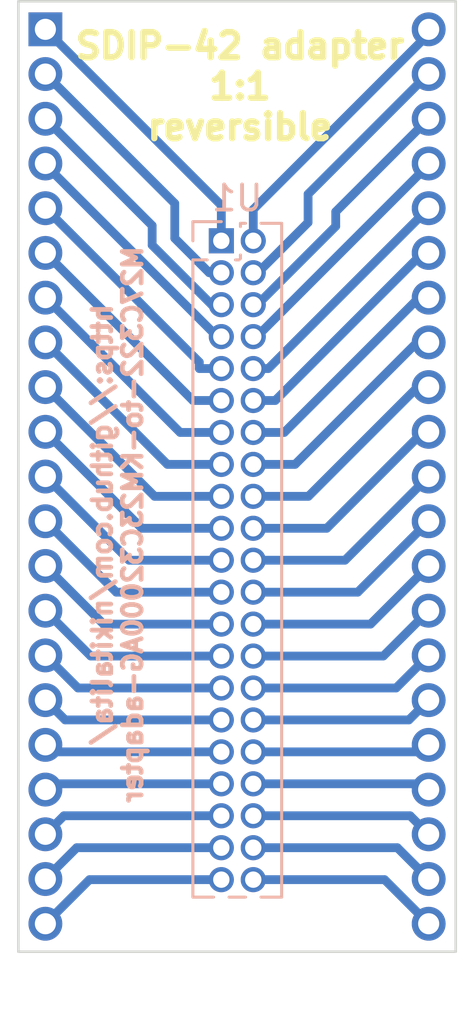
<source format=kicad_pcb>
(kicad_pcb (version 20211014) (generator pcbnew)
  (layers (0 "F.Cu" signal) (31 "B.Cu" signal) (34 "B.Paste" user) (35 "F.Paste" user) (36 "B.SilkS" user "B.Silkscreen") (37 "F.SilkS" user "F.Silkscreen") (38 "B.Mask" user) (39 "F.Mask" user) (44 "Edge.Cuts" user))
  (net 0 "")
  (net 1 "Net-(U1-Pad1)")
  (net 2 "Net-(U1-Pad2)")
  (net 3 "Net-(U1-Pad3)")
  (net 4 "Net-(U1-Pad4)")
  (net 5 "Net-(U1-Pad5)")
  (net 6 "Net-(U1-Pad6)")
  (net 7 "Net-(U1-Pad7)")
  (net 8 "Net-(U1-Pad8)")
  (net 9 "Net-(U1-Pad9)")
  (net 10 "Net-(U1-Pad10)")
  (net 11 "Net-(U1-Pad11)")
  (net 12 "Net-(U1-Pad12)")
  (net 13 "Net-(U1-Pad13)")
  (net 14 "Net-(U1-Pad14)")
  (net 15 "Net-(U1-Pad15)")
  (net 16 "Net-(U1-Pad16)")
  (net 17 "Net-(U1-Pad17)")
  (net 18 "Net-(U1-Pad18)")
  (net 19 "Net-(U1-Pad19)")
  (net 20 "Net-(U1-Pad20)")
  (net 21 "Net-(U1-Pad21)")
  (net 22 "Net-(U1-Pad22)")
  (net 23 "Net-(U1-Pad23)")
  (net 24 "Net-(U1-Pad24)")
  (net 25 "Net-(U1-Pad25)")
  (net 26 "Net-(U1-Pad26)")
  (net 27 "Net-(U1-Pad27)")
  (net 28 "Net-(U1-Pad28)")
  (net 29 "Net-(U1-Pad29)")
  (net 30 "Net-(U1-Pad30)")
  (net 31 "Net-(U1-Pad31)")
  (net 32 "Net-(U1-Pad32)")
  (net 33 "Net-(U1-Pad33)")
  (net 34 "Net-(U1-Pad34)")
  (net 35 "Net-(U1-Pad35)")
  (net 36 "Net-(U1-Pad36)")
  (net 37 "Net-(U1-Pad37)")
  (net 38 "Net-(U1-Pad38)")
  (net 39 "Net-(U1-Pad39)")
  (net 40 "Net-(U1-Pad40)")
  (net 41 "Net-(U1-Pad41)")
  (net 42 "Net-(U1-Pad42)")
  (footprint "Library:DIP177P1524X508-42" (layer "F.Cu") (at 152.135 98.49)
    (fp_text reference "U2" hide)
    (fp_text value "27C322")
    (pad "1" thru_hole rect (at -15.24 -35.56) (size 1.3462 1.3462) (drill 0.8382) (layers *.Cu *.Mask) (net 1 "Net-(U1-Pad1)"))
    (pad "2" thru_hole circle (at -15.24 -33.782) (size 1.3462 1.3462) (drill 0.8382) (layers *.Cu *.Mask) (net 2 "Net-(U1-Pad2)"))
    (pad "3" thru_hole circle (at -15.24 -32.004) (size 1.3462 1.3462) (drill 0.8382) (layers *.Cu *.Mask) (net 3 "Net-(U1-Pad3)"))
    (pad "4" thru_hole circle (at -15.24 -30.226) (size 1.3462 1.3462) (drill 0.8382) (layers *.Cu *.Mask) (net 4 "Net-(U1-Pad4)"))
    (pad "5" thru_hole circle (at -15.24 -28.448) (size 1.3462 1.3462) (drill 0.8382) (layers *.Cu *.Mask) (net 5 "Net-(U1-Pad5)"))
    (pad "6" thru_hole circle (at -15.24 -26.67) (size 1.3462 1.3462) (drill 0.8382) (layers *.Cu *.Mask) (net 6 "Net-(U1-Pad6)"))
    (pad "7" thru_hole circle (at -15.24 -24.892) (size 1.3462 1.3462) (drill 0.8382) (layers *.Cu *.Mask) (net 7 "Net-(U1-Pad7)"))
    (pad "8" thru_hole circle (at -15.24 -23.114) (size 1.3462 1.3462) (drill 0.8382) (layers *.Cu *.Mask) (net 8 "Net-(U1-Pad8)"))
    (pad "9" thru_hole circle (at -15.24 -21.336) (size 1.3462 1.3462) (drill 0.8382) (layers *.Cu *.Mask) (net 9 "Net-(U1-Pad9)"))
    (pad "10" thru_hole circle (at -15.24 -19.558) (size 1.3462 1.3462) (drill 0.8382) (layers *.Cu *.Mask) (net 10 "Net-(U1-Pad10)"))
    (pad "11" thru_hole circle (at -15.24 -17.78) (size 1.3462 1.3462) (drill 0.8382) (layers *.Cu *.Mask) (net 11 "Net-(U1-Pad11)"))
    (pad "12" thru_hole circle (at -15.24 -16.002) (size 1.3462 1.3462) (drill 0.8382) (layers *.Cu *.Mask) (net 12 "Net-(U1-Pad12)"))
    (pad "13" thru_hole circle (at -15.24 -14.224) (size 1.3462 1.3462) (drill 0.8382) (layers *.Cu *.Mask) (net 13 "Net-(U1-Pad13)"))
    (pad "14" thru_hole circle (at -15.24 -12.446) (size 1.3462 1.3462) (drill 0.8382) (layers *.Cu *.Mask) (net 14 "Net-(U1-Pad14)"))
    (pad "15" thru_hole circle (at -15.24 -10.668) (size 1.3462 1.3462) (drill 0.8382) (layers *.Cu *.Mask) (net 15 "Net-(U1-Pad15)"))
    (pad "16" thru_hole circle (at -15.24 -8.89) (size 1.3462 1.3462) (drill 0.8382) (layers *.Cu *.Mask) (net 16 "Net-(U1-Pad16)"))
    (pad "17" thru_hole circle (at -15.24 -7.112) (size 1.3462 1.3462) (drill 0.8382) (layers *.Cu *.Mask) (net 17 "Net-(U1-Pad17)"))
    (pad "18" thru_hole circle (at -15.24 -5.334) (size 1.3462 1.3462) (drill 0.8382) (layers *.Cu *.Mask) (net 18 "Net-(U1-Pad18)"))
    (pad "19" thru_hole circle (at -15.24 -3.556) (size 1.3462 1.3462) (drill 0.8382) (layers *.Cu *.Mask) (net 19 "Net-(U1-Pad19)"))
    (pad "20" thru_hole circle (at -15.24 -1.778) (size 1.3462 1.3462) (drill 0.8382) (layers *.Cu *.Mask) (net 20 "Net-(U1-Pad20)"))
    (pad "21" thru_hole circle (at -15.24 0) (size 1.3462 1.3462) (drill 0.8382) (layers *.Cu *.Mask) (net 21 "Net-(U1-Pad21)"))
    (pad "22" thru_hole circle (at 0 0) (size 1.3462 1.3462) (drill 0.8382) (layers *.Cu *.Mask) (net 22 "Net-(U1-Pad22)"))
    (pad "23" thru_hole circle (at 0 -1.778) (size 1.3462 1.3462) (drill 0.8382) (layers *.Cu *.Mask) (net 23 "Net-(U1-Pad23)"))
    (pad "24" thru_hole circle (at 0 -3.556) (size 1.3462 1.3462) (drill 0.8382) (layers *.Cu *.Mask) (net 24 "Net-(U1-Pad24)"))
    (pad "25" thru_hole circle (at 0 -5.334) (size 1.3462 1.3462) (drill 0.8382) (layers *.Cu *.Mask) (net 25 "Net-(U1-Pad25)"))
    (pad "26" thru_hole circle (at 0 -7.112) (size 1.3462 1.3462) (drill 0.8382) (layers *.Cu *.Mask) (net 26 "Net-(U1-Pad26)"))
    (pad "27" thru_hole circle (at 0 -8.89) (size 1.3462 1.3462) (drill 0.8382) (layers *.Cu *.Mask) (net 27 "Net-(U1-Pad27)"))
    (pad "28" thru_hole circle (at 0 -10.668) (size 1.3462 1.3462) (drill 0.8382) (layers *.Cu *.Mask) (net 28 "Net-(U1-Pad28)"))
    (pad "29" thru_hole circle (at 0 -12.446) (size 1.3462 1.3462) (drill 0.8382) (layers *.Cu *.Mask) (net 29 "Net-(U1-Pad29)"))
    (pad "30" thru_hole circle (at 0 -14.224) (size 1.3462 1.3462) (drill 0.8382) (layers *.Cu *.Mask) (net 30 "Net-(U1-Pad30)"))
    (pad "31" thru_hole circle (at 0 -16.002) (size 1.3462 1.3462) (drill 0.8382) (layers *.Cu *.Mask) (net 31 "Net-(U1-Pad31)"))
    (pad "32" thru_hole circle (at 0 -17.78) (size 1.3462 1.3462) (drill 0.8382) (layers *.Cu *.Mask) (net 32 "Net-(U1-Pad32)"))
    (pad "33" thru_hole circle (at 0 -19.558) (size 1.3462 1.3462) (drill 0.8382) (layers *.Cu *.Mask) (net 33 "Net-(U1-Pad33)"))
    (pad "34" thru_hole circle (at 0 -21.336) (size 1.3462 1.3462) (drill 0.8382) (layers *.Cu *.Mask) (net 34 "Net-(U1-Pad34)"))
    (pad "35" thru_hole circle (at 0 -23.114) (size 1.3462 1.3462) (drill 0.8382) (layers *.Cu *.Mask) (net 35 "Net-(U1-Pad35)"))
    (pad "36" thru_hole circle (at 0 -24.892) (size 1.3462 1.3462) (drill 0.8382) (layers *.Cu *.Mask) (net 36 "Net-(U1-Pad36)"))
    (pad "37" thru_hole circle (at 0 -26.67) (size 1.3462 1.3462) (drill 0.8382) (layers *.Cu *.Mask) (net 37 "Net-(U1-Pad37)"))
    (pad "38" thru_hole circle (at 0 -28.448) (size 1.3462 1.3462) (drill 0.8382) (layers *.Cu *.Mask) (net 38 "Net-(U1-Pad38)"))
    (pad "39" thru_hole circle (at 0 -30.226) (size 1.3462 1.3462) (drill 0.8382) (layers *.Cu *.Mask) (net 39 "Net-(U1-Pad39)"))
    (pad "40" thru_hole circle (at 0 -32.004) (size 1.3462 1.3462) (drill 0.8382) (layers *.Cu *.Mask) (net 40 "Net-(U1-Pad40)"))
    (pad "41" thru_hole circle (at 0 -33.782) (size 1.3462 1.3462) (drill 0.8382) (layers *.Cu *.Mask) (net 41 "Net-(U1-Pad41)"))
    (pad "42" thru_hole circle (at 0 -35.56) (size 1.3462 1.3462) (drill 0.8382) (layers *.Cu *.Mask) (net 42 "Net-(U1-Pad42)"))
  )
  (footprint "Connector_PinHeader_1.27mm:PinHeader_2x21_P1.27mm_Vertical" (layer "B.Cu") (at 145.16 71.337 180)
    (fp_text reference "U1" (at 0.635 1.695) (layer "B.SilkS") (effects (justify mirror)))
    (fp_text value "KM23C32000AG-adaptor")
    (fp_line (start -1.13 0.695) (end -1.13 -26.095) (layer "B.SilkS") (width 0.12))
    (fp_line (start 2.4 0) (end 2.4 0.76) (layer "B.SilkS") (width 0.12))
    (fp_line (start 2.4 -0.76) (end 2.4 -26.095) (layer "B.SilkS") (width 0.12))
    (fp_line (start 1.57753 -26.095) (end 2.4 -26.095) (layer "B.SilkS") (width 0.12))
    (fp_line (start 0.51 0.563471) (end 0.51 0.695) (layer "B.SilkS") (width 0.12))
    (fp_line (start 0.30753 -26.095) (end 0.96247 -26.095) (layer "B.SilkS") (width 0.12))
    (fp_line (start -1.13 -26.095) (end -0.30753 -26.095) (layer "B.SilkS") (width 0.12))
    (fp_line (start 2.4 0.76) (end 1.27 0.76) (layer "B.SilkS") (width 0.12))
    (fp_line (start 0.706529 -0.76) (end 0.563471 -0.76) (layer "B.SilkS") (width 0.12))
    (fp_line (start 2.4 -0.76) (end 1.833471 -0.76) (layer "B.SilkS") (width 0.12))
    (fp_line (start 0.51 -0.706529) (end 0.51 -0.563471) (layer "B.SilkS") (width 0.12))
    (fp_line (start -0.30753 0.695) (end -1.13 0.695) (layer "B.SilkS") (width 0.12))
    (fp_line (start 0.51 0.695) (end 0.30753 0.695) (layer "B.SilkS") (width 0.12))
    (pad "1" thru_hole rect (at 1.27 0 180) (size 1 1) (drill 0.65) (layers *.Cu *.Mask) (net 1 "Net-(U1-Pad1)"))
    (pad "2" thru_hole oval (at 1.27 -1.27 180) (size 1 1) (drill 0.65) (layers *.Cu *.Mask) (net 2 "Net-(U1-Pad2)"))
    (pad "3" thru_hole oval (at 1.27 -2.54 180) (size 1 1) (drill 0.65) (layers *.Cu *.Mask) (net 3 "Net-(U1-Pad3)"))
    (pad "4" thru_hole oval (at 1.27 -3.81 180) (size 1 1) (drill 0.65) (layers *.Cu *.Mask) (net 4 "Net-(U1-Pad4)"))
    (pad "5" thru_hole oval (at 1.27 -5.08 180) (size 1 1) (drill 0.65) (layers *.Cu *.Mask) (net 5 "Net-(U1-Pad5)"))
    (pad "6" thru_hole oval (at 1.27 -6.35 180) (size 1 1) (drill 0.65) (layers *.Cu *.Mask) (net 6 "Net-(U1-Pad6)"))
    (pad "7" thru_hole oval (at 1.27 -7.62 180) (size 1 1) (drill 0.65) (layers *.Cu *.Mask) (net 7 "Net-(U1-Pad7)"))
    (pad "8" thru_hole oval (at 1.27 -8.89 180) (size 1 1) (drill 0.65) (layers *.Cu *.Mask) (net 8 "Net-(U1-Pad8)"))
    (pad "9" thru_hole oval (at 1.27 -10.16 180) (size 1 1) (drill 0.65) (layers *.Cu *.Mask) (net 9 "Net-(U1-Pad9)"))
    (pad "10" thru_hole oval (at 1.27 -11.43 180) (size 1 1) (drill 0.65) (layers *.Cu *.Mask) (net 10 "Net-(U1-Pad10)"))
    (pad "11" thru_hole oval (at 1.27 -12.7 180) (size 1 1) (drill 0.65) (layers *.Cu *.Mask) (net 11 "Net-(U1-Pad11)"))
    (pad "12" thru_hole oval (at 1.27 -13.97 180) (size 1 1) (drill 0.65) (layers *.Cu *.Mask) (net 12 "Net-(U1-Pad12)"))
    (pad "13" thru_hole oval (at 1.27 -15.24 180) (size 1 1) (drill 0.65) (layers *.Cu *.Mask) (net 13 "Net-(U1-Pad13)"))
    (pad "14" thru_hole oval (at 1.27 -16.51 180) (size 1 1) (drill 0.65) (layers *.Cu *.Mask) (net 14 "Net-(U1-Pad14)"))
    (pad "15" thru_hole oval (at 1.27 -17.78 180) (size 1 1) (drill 0.65) (layers *.Cu *.Mask) (net 15 "Net-(U1-Pad15)"))
    (pad "16" thru_hole oval (at 1.27 -19.05 180) (size 1 1) (drill 0.65) (layers *.Cu *.Mask) (net 16 "Net-(U1-Pad16)"))
    (pad "17" thru_hole oval (at 1.27 -20.32 180) (size 1 1) (drill 0.65) (layers *.Cu *.Mask) (net 17 "Net-(U1-Pad17)"))
    (pad "18" thru_hole oval (at 1.27 -21.59 180) (size 1 1) (drill 0.65) (layers *.Cu *.Mask) (net 18 "Net-(U1-Pad18)"))
    (pad "19" thru_hole oval (at 1.27 -22.86 180) (size 1 1) (drill 0.65) (layers *.Cu *.Mask) (net 19 "Net-(U1-Pad19)"))
    (pad "20" thru_hole oval (at 1.27 -24.13 180) (size 1 1) (drill 0.65) (layers *.Cu *.Mask) (net 20 "Net-(U1-Pad20)"))
    (pad "21" thru_hole oval (at 1.27 -25.4 180) (size 1 1) (drill 0.65) (layers *.Cu *.Mask) (net 21 "Net-(U1-Pad21)"))
    (pad "22" thru_hole oval (at 0 -25.4 180) (size 1 1) (drill 0.65) (layers *.Cu *.Mask) (net 22 "Net-(U1-Pad22)"))
    (pad "23" thru_hole oval (at 0 -24.13 180) (size 1 1) (drill 0.65) (layers *.Cu *.Mask) (net 23 "Net-(U1-Pad23)"))
    (pad "24" thru_hole oval (at 0 -22.86 180) (size 1 1) (drill 0.65) (layers *.Cu *.Mask) (net 24 "Net-(U1-Pad24)"))
    (pad "25" thru_hole oval (at 0 -21.59 180) (size 1 1) (drill 0.65) (layers *.Cu *.Mask) (net 25 "Net-(U1-Pad25)"))
    (pad "26" thru_hole oval (at 0 -20.32 180) (size 1 1) (drill 0.65) (layers *.Cu *.Mask) (net 26 "Net-(U1-Pad26)"))
    (pad "27" thru_hole oval (at 0 -19.05 180) (size 1 1) (drill 0.65) (layers *.Cu *.Mask) (net 27 "Net-(U1-Pad27)"))
    (pad "28" thru_hole oval (at 0 -17.78 180) (size 1 1) (drill 0.65) (layers *.Cu *.Mask) (net 28 "Net-(U1-Pad28)"))
    (pad "29" thru_hole oval (at 0 -16.51 180) (size 1 1) (drill 0.65) (layers *.Cu *.Mask) (net 29 "Net-(U1-Pad29)"))
    (pad "30" thru_hole oval (at 0 -15.24 180) (size 1 1) (drill 0.65) (layers *.Cu *.Mask) (net 30 "Net-(U1-Pad30)"))
    (pad "31" thru_hole oval (at 0 -13.97 180) (size 1 1) (drill 0.65) (layers *.Cu *.Mask) (net 31 "Net-(U1-Pad31)"))
    (pad "32" thru_hole oval (at 0 -12.7 180) (size 1 1) (drill 0.65) (layers *.Cu *.Mask) (net 32 "Net-(U1-Pad32)"))
    (pad "33" thru_hole oval (at 0 -11.43 180) (size 1 1) (drill 0.65) (layers *.Cu *.Mask) (net 33 "Net-(U1-Pad33)"))
    (pad "34" thru_hole oval (at 0 -10.16 180) (size 1 1) (drill 0.65) (layers *.Cu *.Mask) (net 34 "Net-(U1-Pad34)"))
    (pad "35" thru_hole oval (at 0 -8.89 180) (size 1 1) (drill 0.65) (layers *.Cu *.Mask) (net 35 "Net-(U1-Pad35)"))
    (pad "36" thru_hole oval (at 0 -7.62 180) (size 1 1) (drill 0.65) (layers *.Cu *.Mask) (net 36 "Net-(U1-Pad36)"))
    (pad "37" thru_hole oval (at 0 -6.35 180) (size 1 1) (drill 0.65) (layers *.Cu *.Mask) (net 37 "Net-(U1-Pad37)"))
    (pad "38" thru_hole oval (at 0 -5.08 180) (size 1 1) (drill 0.65) (layers *.Cu *.Mask) (net 38 "Net-(U1-Pad38)"))
    (pad "39" thru_hole oval (at 0 -3.81 180) (size 1 1) (drill 0.65) (layers *.Cu *.Mask) (net 39 "Net-(U1-Pad39)"))
    (pad "40" thru_hole oval (at 0 -2.54 180) (size 1 1) (drill 0.65) (layers *.Cu *.Mask) (net 40 "Net-(U1-Pad40)"))
    (pad "41" thru_hole oval (at 0 -1.27 180) (size 1 1) (drill 0.65) (layers *.Cu *.Mask) (net 41 "Net-(U1-Pad41)"))
    (pad "42" thru_hole circle (at 0 0 180) (size 1 1) (drill 0.65) (layers *.Cu *.Mask) (net 42 "Net-(U1-Pad42)"))
  )
  (gr_rect (start 135.82 61.814) (end 153.21 99.602) (layer "Edge.Cuts") (width 0.1) (fill none))
  (gr_text "https://github.com/nikitalita/\nM27C322-to-KM23C32000AG-adapter\n" (at 139.76 82.62 -270) (layer "B.SilkS") (effects (font (size 0.75 0.75) (thickness 0.1875)) (justify mirror)))
  (gr_text "SDIP-42 adapter\n1:1\nreversible" (at 144.63 65.2) (layer "F.SilkS") (effects (font (size 1 1) (thickness 0.25))))
  (segment (start 143.89 69.925) (end 136.895 62.93) (width 0.35) (layer "B.Cu") (net 1))
  (segment (start 143.89 71.337) (end 143.89 69.925) (width 0.35) (layer "B.Cu") (net 1))
  (segment (start 142.04 69.853) (end 136.895 64.708) (width 0.35) (layer "B.Cu") (net 2))
  (segment (start 143.41 72.607) (end 142.04 71.237) (width 0.35) (layer "B.Cu") (net 2))
  (segment (start 142.04 71.237) (end 142.04 69.853) (width 0.35) (layer "B.Cu") (net 2))
  (segment (start 143.89 72.607) (end 143.41 72.607) (width 0.35) (layer "B.Cu") (net 2))
  (segment (start 143.507 73.877) (end 141.14 71.51) (width 0.35) (layer "B.Cu") (net 3))
  (segment (start 141.14 71.51) (end 141.14 70.731) (width 0.35) (layer "B.Cu") (net 3))
  (segment (start 141.14 70.731) (end 136.895 66.486) (width 0.35) (layer "B.Cu") (net 3))
  (segment (start 143.89 73.877) (end 143.507 73.877) (width 0.35) (layer "B.Cu") (net 3))
  (segment (start 136.895 68.315) (end 136.895 68.264) (width 0.35) (layer "B.Cu") (net 4))
  (segment (start 143.89 75.147) (end 143.727 75.147) (width 0.35) (layer "B.Cu") (net 4))
  (segment (start 143.727 75.147) (end 136.895 68.315) (width 0.35) (layer "B.Cu") (net 4))
  (segment (start 143.89 76.417) (end 143.0149 76.417) (width 0.35) (layer "B.Cu") (net 5))
  (segment (start 143.0149 76.1619) (end 136.895 70.042) (width 0.35) (layer "B.Cu") (net 5))
  (segment (start 143.0149 76.417) (end 143.0149 76.1619) (width 0.35) (layer "B.Cu") (net 5))
  (segment (start 143.89 77.687) (end 142.762 77.687) (width 0.35) (layer "B.Cu") (net 6))
  (segment (start 142.762 77.687) (end 136.895 71.82) (width 0.35) (layer "B.Cu") (net 6))
  (segment (start 143.89 78.957) (end 142.254 78.957) (width 0.35) (layer "B.Cu") (net 7))
  (segment (start 142.254 78.957) (end 136.895 73.598) (width 0.35) (layer "B.Cu") (net 7))
  (segment (start 141.746 80.227) (end 136.895 75.376) (width 0.35) (layer "B.Cu") (net 8))
  (segment (start 143.89 80.227) (end 141.746 80.227) (width 0.35) (layer "B.Cu") (net 8))
  (segment (start 141.238 81.497) (end 136.895 77.154) (width 0.35) (layer "B.Cu") (net 9))
  (segment (start 143.89 81.497) (end 141.238 81.497) (width 0.35) (layer "B.Cu") (net 9))
  (segment (start 140.73 82.767) (end 136.895 78.932) (width 0.35) (layer "B.Cu") (net 10))
  (segment (start 143.89 82.767) (end 140.73 82.767) (width 0.35) (layer "B.Cu") (net 10))
  (segment (start 140.222 84.037) (end 136.895 80.71) (width 0.35) (layer "B.Cu") (net 11))
  (segment (start 143.89 84.037) (end 140.222 84.037) (width 0.35) (layer "B.Cu") (net 11))
  (segment (start 143.89 85.307) (end 139.714 85.307) (width 0.35) (layer "B.Cu") (net 12))
  (segment (start 139.714 85.307) (end 136.895 82.488) (width 0.35) (layer "B.Cu") (net 12))
  (segment (start 139.206 86.577) (end 136.895 84.266) (width 0.35) (layer "B.Cu") (net 13))
  (segment (start 143.89 86.577) (end 139.206 86.577) (width 0.35) (layer "B.Cu") (net 13))
  (segment (start 143.89 87.847) (end 138.698 87.847) (width 0.35) (layer "B.Cu") (net 14))
  (segment (start 138.698 87.847) (end 136.895 86.044) (width 0.35) (layer "B.Cu") (net 14))
  (segment (start 138.19 89.117) (end 136.895 87.822) (width 0.35) (layer "B.Cu") (net 15))
  (segment (start 143.89 89.117) (end 138.19 89.117) (width 0.35) (layer "B.Cu") (net 15))
  (segment (start 137.682 90.387) (end 136.895 89.6) (width 0.35) (layer "B.Cu") (net 16))
  (segment (start 143.89 90.387) (end 137.682 90.387) (width 0.35) (layer "B.Cu") (net 16))
  (segment (start 137.174 91.657) (end 136.895 91.378) (width 0.35) (layer "B.Cu") (net 17))
  (segment (start 143.89 91.657) (end 137.174 91.657) (width 0.35) (layer "B.Cu") (net 17))
  (segment (start 137.124 92.927) (end 136.895 93.156) (width 0.35) (layer "B.Cu") (net 18))
  (segment (start 143.89 92.927) (end 137.124 92.927) (width 0.35) (layer "B.Cu") (net 18))
  (segment (start 143.89 94.197) (end 137.632 94.197) (width 0.35) (layer "B.Cu") (net 19))
  (segment (start 137.632 94.197) (end 136.895 94.934) (width 0.35) (layer "B.Cu") (net 19))
  (segment (start 138.14 95.467) (end 136.895 96.712) (width 0.35) (layer "B.Cu") (net 20))
  (segment (start 143.89 95.467) (end 138.14 95.467) (width 0.35) (layer "B.Cu") (net 20))
  (segment (start 138.648 96.737) (end 136.895 98.49) (width 0.35) (layer "B.Cu") (net 21))
  (segment (start 143.89 96.737) (end 138.648 96.737) (width 0.35) (layer "B.Cu") (net 21))
  (segment (start 145.16 96.737) (end 150.382 96.737) (width 0.35) (layer "B.Cu") (net 22))
  (segment (start 150.382 96.737) (end 152.135 98.49) (width 0.35) (layer "B.Cu") (net 22))
  (segment (start 150.89 95.467) (end 152.135 96.712) (width 0.35) (layer "B.Cu") (net 23))
  (segment (start 145.16 95.467) (end 150.89 95.467) (width 0.35) (layer "B.Cu") (net 23))
  (segment (start 151.398 94.197) (end 152.135 94.934) (width 0.35) (layer "B.Cu") (net 24))
  (segment (start 145.16 94.197) (end 151.398 94.197) (width 0.35) (layer "B.Cu") (net 24))
  (segment (start 151.906 92.927) (end 152.135 93.156) (width 0.35) (layer "B.Cu") (net 25))
  (segment (start 145.16 92.927) (end 151.906 92.927) (width 0.35) (layer "B.Cu") (net 25))
  (segment (start 151.856 91.657) (end 152.135 91.378) (width 0.35) (layer "B.Cu") (net 26))
  (segment (start 145.16 91.657) (end 151.856 91.657) (width 0.35) (layer "B.Cu") (net 26))
  (segment (start 151.348 90.387) (end 152.135 89.6) (width 0.35) (layer "B.Cu") (net 27))
  (segment (start 145.16 90.387) (end 151.348 90.387) (width 0.35) (layer "B.Cu") (net 27))
  (segment (start 145.16 89.117) (end 150.84 89.117) (width 0.35) (layer "B.Cu") (net 28))
  (segment (start 150.84 89.117) (end 152.135 87.822) (width 0.35) (layer "B.Cu") (net 28))
  (segment (start 150.332 87.847) (end 152.135 86.044) (width 0.35) (layer "B.Cu") (net 29))
  (segment (start 145.16 87.847) (end 150.332 87.847) (width 0.35) (layer "B.Cu") (net 29))
  (segment (start 149.824 86.577) (end 152.135 84.266) (width 0.35) (layer "B.Cu") (net 30))
  (segment (start 145.16 86.577) (end 149.824 86.577) (width 0.35) (layer "B.Cu") (net 30))
  (segment (start 149.316 85.307) (end 152.135 82.488) (width 0.35) (layer "B.Cu") (net 31))
  (segment (start 145.16 85.307) (end 149.316 85.307) (width 0.35) (layer "B.Cu") (net 31))
  (segment (start 145.16 84.037) (end 148.808 84.037) (width 0.35) (layer "B.Cu") (net 32))
  (segment (start 148.808 84.037) (end 152.135 80.71) (width 0.35) (layer "B.Cu") (net 32))
  (segment (start 145.16 82.767) (end 148.083 82.767) (width 0.35) (layer "B.Cu") (net 33))
  (segment (start 148.083 82.767) (end 151.918 78.932) (width 0.35) (layer "B.Cu") (net 33))
  (segment (start 151.918 78.932) (end 152.135 78.932) (width 0.35) (layer "B.Cu") (net 33))
  (segment (start 151.696 77.154) (end 152.135 77.154) (width 0.35) (layer "B.Cu") (net 34))
  (segment (start 147.353 81.497) (end 151.696 77.154) (width 0.35) (layer "B.Cu") (net 34))
  (segment (start 145.16 81.497) (end 147.353 81.497) (width 0.35) (layer "B.Cu") (net 34))
  (segment (start 145.16 80.227) (end 146.823 80.227) (width 0.35) (layer "B.Cu") (net 35))
  (segment (start 146.823 80.227) (end 151.674 75.376) (width 0.35) (layer "B.Cu") (net 35))
  (segment (start 151.674 75.376) (end 152.135 75.376) (width 0.35) (layer "B.Cu") (net 35))
  (segment (start 151.752 73.598) (end 152.135 73.598) (width 0.35) (layer "B.Cu") (net 36))
  (segment (start 145.16 78.957) (end 146.393 78.957) (width 0.35) (layer "B.Cu") (net 36))
  (segment (start 146.393 78.957) (end 151.752 73.598) (width 0.35) (layer "B.Cu") (net 36))
  (segment (start 145.16 77.687) (end 146.0351 77.687) (width 0.35) (layer "B.Cu") (net 37))
  (segment (start 151.9021 71.82) (end 152.135 71.82) (width 0.35) (layer "B.Cu") (net 37))
  (segment (start 146.0351 77.687) (end 151.9021 71.82) (width 0.35) (layer "B.Cu") (net 37))
  (segment (start 145.16 76.417) (end 145.76 76.417) (width 0.35) (layer "B.Cu") (net 38))
  (segment (start 145.76 76.417) (end 152.135 70.042) (width 0.35) (layer "B.Cu") (net 38))
  (segment (start 152.135 68.315) (end 152.135 68.264) (width 0.35) (layer "B.Cu") (net 39))
  (segment (start 145.16 75.147) (end 145.303 75.147) (width 0.35) (layer "B.Cu") (net 39))
  (segment (start 145.303 75.147) (end 152.135 68.315) (width 0.35) (layer "B.Cu") (net 39))
  (segment (start 145.16 73.877) (end 145.323 73.877) (width 0.35) (layer "B.Cu") (net 40))
  (segment (start 148.44 70.76) (end 148.44 70.181) (width 0.35) (layer "B.Cu") (net 40))
  (segment (start 145.323 73.877) (end 148.44 70.76) (width 0.35) (layer "B.Cu") (net 40))
  (segment (start 148.44 70.181) (end 152.135 66.486) (width 0.35) (layer "B.Cu") (net 40))
  (segment (start 145.343 72.607) (end 147.34 70.61) (width 0.35) (layer "B.Cu") (net 41))
  (segment (start 152.1135 64.708) (end 152.135 64.708) (width 0.35) (layer "B.Cu") (net 41))
  (segment (start 147.34 69.4815) (end 152.1135 64.708) (width 0.35) (layer "B.Cu") (net 41))
  (segment (start 147.34 70.61) (end 147.34 69.4815) (width 0.35) (layer "B.Cu") (net 41))
  (segment (start 145.16 72.607) (end 145.343 72.607) (width 0.35) (layer "B.Cu") (net 41))
  (segment (start 145.16 70.09) (end 152.135 63.115) (width 0.35) (layer "B.Cu") (net 42))
  (segment (start 152.135 63.115) (end 152.135 62.93) (width 0.35) (layer "B.Cu") (net 42))
  (segment (start 145.16 71.337) (end 145.16 70.09) (width 0.35) (layer "B.Cu") (net 42))
)
</source>
